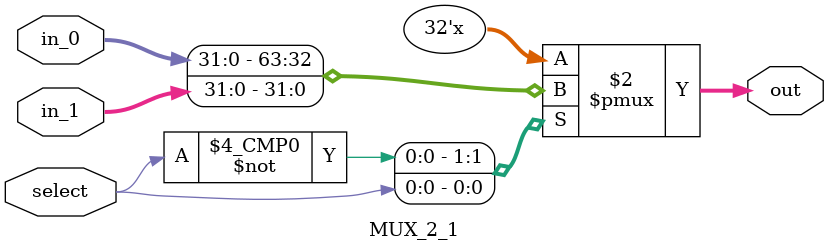
<source format=v>
module MUX_2_1#(parameter SIZE = 32)(

    input wire [SIZE-1:0] in_0,
    input wire [SIZE-1:0] in_1,
    input wire select,
    output reg [SIZE-1:0] out

    );
    
    always @(*) begin
        case(select)
            1'b0 : out = in_0;
            1'b1 : out = in_1;
        endcase
    end
endmodule

</source>
